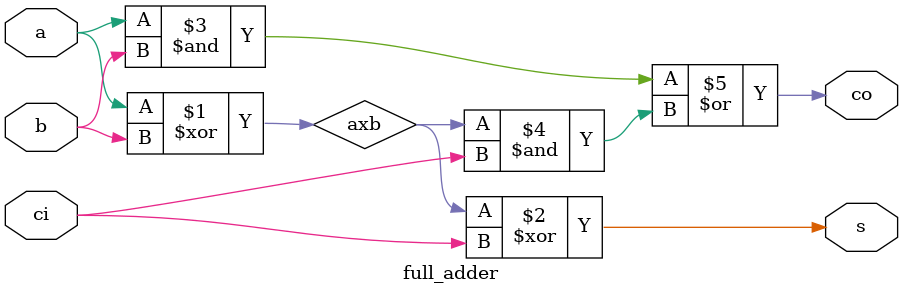
<source format=sv>
module full_adder(
    input logic a, b, ci,
    output logic s, co
);
    logic axb;

    assign axb = a ^ b;
    assign s = axb ^ ci;
    assign co = (a & b) | (axb & ci);
endmodule
</source>
